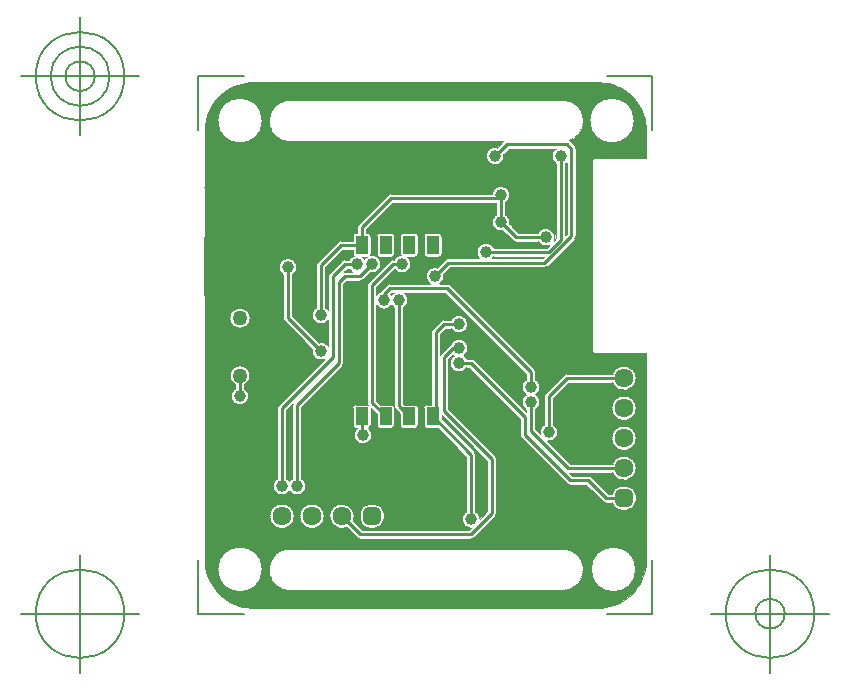
<source format=gbr>
G04 Generated by Ultiboard 14.1 *
%FSLAX34Y34*%
%MOMM*%

%ADD10C,0.0001*%
%ADD11C,0.0010*%
%ADD12C,0.2540*%
%ADD13C,0.1270*%
%ADD14C,1.0000*%
%ADD15C,1.2700*%
%ADD16R,1.0000X1.5000*%
%ADD17C,1.6088*%
%ADD18R,0.5291X0.5291*%
%ADD19C,0.9949*%


G04 ColorRGB 0000FF for the following layer *
%LNCopper Bottom*%
%LPD*%
G54D10*
G36*
X76996Y251635D02*
X76996Y251635D01*
X76996Y35626D01*
G74*
D01*
G02X76997Y35599I2556J64*
G01*
X76997Y35599D01*
X77049Y31942D01*
X77408Y28415D01*
X78073Y24933D01*
X79040Y21522D01*
X80300Y18208D01*
X81843Y15017D01*
X83660Y11972D01*
X85734Y9097D01*
X88051Y6414D01*
X90594Y3943D01*
X93341Y1703D01*
X96274Y-289D01*
X99370Y-2018D01*
X102604Y-3470D01*
X105952Y-4636D01*
X109389Y-5504D01*
X112889Y-6070D01*
X116462Y-6332D01*
X117639Y-6349D01*
X408432Y-6349D01*
X412070Y-6297D01*
X415597Y-5938D01*
X419079Y-5273D01*
X422490Y-4307D01*
X425805Y-3047D01*
X428996Y-1503D01*
X432041Y313D01*
X434916Y2388D01*
X437599Y4705D01*
X440070Y7248D01*
X442310Y9995D01*
X444302Y12928D01*
X446031Y16023D01*
X447483Y19257D01*
X448648Y22606D01*
X449517Y26043D01*
X450083Y29543D01*
X450344Y33116D01*
X450361Y34267D01*
G75*
D01*
G02X450361Y34273I2557J6*
G01*
X450361Y34273D01*
X450361Y209008D01*
X407433Y209008D01*
G75*
D01*
G02X404876Y211566I0J2558*
G01*
X404876Y211566D01*
X404876Y371586D01*
G75*
D01*
G02X407433Y374143I2557J0*
G01*
X407433Y374143D01*
X450342Y374143D01*
X450342Y396644D01*
G74*
D01*
G02X450342Y396652I2558J0*
G01*
X450342Y396652D01*
X450291Y400264D01*
X449932Y403791D01*
X449267Y407273D01*
X448300Y410684D01*
X447040Y413999D01*
X445497Y417190D01*
X443680Y420235D01*
X441606Y423110D01*
X439288Y425793D01*
X436746Y428264D01*
X433998Y430504D01*
X431065Y432496D01*
X427970Y434225D01*
X424736Y435677D01*
X421388Y436842D01*
X417950Y437711D01*
X414451Y438277D01*
X410878Y438538D01*
X409993Y438551D01*
G74*
D01*
G02X409720Y438536I273J2543*
G01*
X409720Y438536D01*
X118889Y438536D01*
X118881Y438536D01*
X118881Y438536D01*
X115270Y438485D01*
X111743Y438126D01*
X108260Y437460D01*
X104849Y436494D01*
X101535Y435234D01*
X98344Y433690D01*
X95299Y431874D01*
X92424Y429800D01*
X89741Y427482D01*
X87270Y424940D01*
X85030Y422192D01*
X83038Y419259D01*
X81309Y416164D01*
X79857Y412930D01*
X78692Y409581D01*
X77823Y406144D01*
X77257Y402644D01*
X76996Y399071D01*
X76978Y397896D01*
X76978Y349443D01*
G75*
D01*
G02X76945Y349031I-2557J0*
G01*
X76945Y349031D01*
X76403Y265218D01*
X76995Y251811D01*
G75*
D01*
G02X76996Y251635I-2555J-113*
G01*
D02*
G37*
%LPC*%
G36*
X248304Y290563D02*
G75*
D01*
G02X237520Y280359I-4464J-6083*
G01*
X237520Y280359D01*
X222273Y265112D01*
X222273Y258111D01*
G74*
D01*
G02X225124Y260697I6327J4111*
G01*
G74*
D01*
G02X225889Y261791I3476J1617*
G01*
X225889Y261791D01*
X230969Y266871D01*
G75*
D01*
G02X233686Y267993I2711J-2711*
G01*
X233686Y267993D01*
X267669Y267993D01*
G75*
D01*
G02X273665Y281626I4111J6327*
G01*
X273665Y281626D01*
X280499Y288461D01*
G74*
D01*
G02X283077Y289581I2711J2711*
G01*
G75*
D01*
G02X283210Y289583I133J-3831*
G01*
X283210Y289583D01*
X309360Y289583D01*
G75*
D01*
G02X321459Y298473I5600J5057*
G01*
X321459Y298473D01*
X366712Y298473D01*
X368581Y300342D01*
G75*
D01*
G02X359261Y303507I-2821J6998*
G01*
X359261Y303507D01*
X340360Y303507D01*
G75*
D01*
G02X339251Y303670I0J3833*
G01*
G74*
D01*
G02X337649Y304629I1109J3670*
G01*
X337649Y304629D01*
X329545Y312734D01*
G75*
D01*
G02X323827Y326539I-1885J7306*
G01*
X323827Y326539D01*
X323827Y336401D01*
G74*
D01*
G02X323622Y336527I3833J6499*
G01*
X323622Y336527D01*
X236008Y336527D01*
X213753Y314272D01*
X213753Y310677D01*
X214920Y310677D01*
G74*
D01*
G02X217477Y308120I0J2557*
G01*
X217477Y308120D01*
X217477Y293120D01*
G75*
D01*
G02X217178Y291919I-2557J0*
G01*
G75*
D01*
G02X216555Y277174I1262J-7439*
G01*
X216555Y277174D01*
X210996Y271615D01*
G74*
D01*
G02X208280Y270487I2716J2705*
G01*
X208280Y270487D01*
X197168Y270487D01*
X194333Y267652D01*
X194333Y200660D01*
G75*
D01*
G02X193205Y197944I-3833J0*
G01*
X193205Y197944D01*
X158773Y163512D01*
X158773Y103019D01*
G75*
D01*
G02X148590Y92445I-3833J-6499*
G01*
G75*
D01*
G02X138407Y103019I-6350J4075*
G01*
X138407Y103019D01*
X138407Y162549D01*
G75*
D01*
G02X139529Y165271I3833J11*
G01*
X139529Y165271D01*
X178081Y203822D01*
G75*
D01*
G02X167954Y212705I-2821J6998*
G01*
X167954Y212705D01*
X144609Y236049D01*
G75*
D01*
G02X143488Y238880I2711J2711*
G01*
G75*
D01*
G02X143487Y239000I3832J120*
G01*
X143487Y239000D01*
X143487Y275441D01*
G75*
D01*
G02X151153Y275441I3833J6499*
G01*
X151153Y275441D01*
X151153Y240348D01*
X173375Y218126D01*
G75*
D01*
G02X181587Y214931I1885J-7306*
G01*
X181587Y214931D01*
X181587Y237189D01*
G75*
D01*
G02X171427Y247799I-6327J4111*
G01*
X171427Y247799D01*
X171427Y283732D01*
G75*
D01*
G02X172549Y286451I3833J8*
G01*
X172549Y286451D01*
X189429Y303331D01*
G75*
D01*
G02X192146Y304453I2711J-2711*
G01*
X192146Y304453D01*
X202363Y304453D01*
X202363Y308120D01*
G75*
D01*
G02X204920Y310677I2557J0*
G01*
X204920Y310677D01*
X206087Y310677D01*
X206087Y315853D01*
G75*
D01*
G02X207209Y318571I3833J7*
G01*
X207209Y318571D01*
X231709Y343071D01*
G75*
D01*
G02X234425Y344193I2711J-2711*
G01*
X234425Y344193D01*
X320227Y344193D01*
G75*
D01*
G02X331493Y336401I7433J-1293*
G01*
X331493Y336401D01*
X331493Y326539D01*
G75*
D01*
G02X334966Y318155I-3833J-6499*
G01*
X334966Y318155D01*
X341948Y311173D01*
X359261Y311173D01*
G75*
D01*
G02X372758Y304519I6499J-3833*
G01*
X372758Y304519D01*
X374627Y306388D01*
X374627Y369421D01*
G75*
D01*
G02X374349Y382247I3833J6499*
G01*
X374349Y382247D01*
X334328Y382247D01*
X329886Y377805D01*
G75*
D01*
G02X324465Y383226I-7306J-1885*
G01*
X324465Y383226D01*
X329793Y388554D01*
X148900Y388554D01*
G75*
D01*
G02X148856Y388554I0J2557*
G01*
X148856Y388554D01*
X148398Y388554D01*
G75*
D01*
G02X148238Y388559I-5J2558*
G01*
X148238Y388559D01*
X146933Y388638D01*
G74*
D01*
G02X146707Y388662I155J2553*
G01*
X146707Y388662D01*
X145423Y388853D01*
G74*
D01*
G02X145199Y388896I372J2530*
G01*
X145199Y388896D01*
X143928Y389201D01*
G74*
D01*
G02X143710Y389263I595J2487*
G01*
X143710Y389263D01*
X142473Y389676D01*
G74*
D01*
G02X142262Y389757I810J2426*
G01*
X142262Y389757D01*
X141068Y390276D01*
G74*
D01*
G02X140865Y390374I1016J2347*
G01*
X140865Y390374D01*
X139718Y390996D01*
G74*
D01*
G02X139524Y391112I1217J2250*
G01*
X139524Y391112D01*
X138436Y391832D01*
G74*
D01*
G02X138254Y391964I1408J2135*
G01*
X138254Y391964D01*
X137232Y392776D01*
G74*
D01*
G02X137061Y392924I1589J2004*
G01*
X137061Y392924D01*
X136112Y393824D01*
G74*
D01*
G02X136079Y393855I1760J1855*
G01*
G74*
D01*
G02X135957Y393984I1793J1824*
G01*
X135957Y393984D01*
X135093Y394959D01*
G74*
D01*
G02X134950Y395136I1912J1699*
G01*
X134950Y395136D01*
X134172Y396185D01*
G74*
D01*
G02X134047Y396371I2054J1523*
G01*
X134047Y396371D01*
X133363Y397486D01*
G74*
D01*
G02X133252Y397686I2180J1337*
G01*
X133252Y397686D01*
X132671Y398849D01*
G74*
D01*
G02X132580Y399054I2288J1144*
G01*
X132580Y399054D01*
X132102Y400265D01*
G74*
D01*
G02X132027Y400481I2377J944*
G01*
X132027Y400481D01*
X131655Y401734D01*
G74*
D01*
G02X131600Y401955I2452J728*
G01*
X131600Y401955D01*
X131340Y403230D01*
G74*
D01*
G02X131305Y403453I2505J513*
G01*
X131305Y403453D01*
X131156Y404752D01*
G74*
D01*
G02X131141Y404974I2541J290*
G01*
X131141Y404974D01*
X131106Y406275D01*
G75*
D01*
G02X131109Y406503I2556J74*
G01*
X131109Y406503D01*
X131188Y407809D01*
G74*
D01*
G02X131212Y408035I2553J155*
G01*
X131212Y408035D01*
X131403Y409319D01*
G74*
D01*
G02X131446Y409542I2531J372*
G01*
X131446Y409542D01*
X131750Y410812D01*
G74*
D01*
G02X131812Y411028I2488J594*
G01*
X131812Y411028D01*
X132226Y412269D01*
G74*
D01*
G02X132308Y412480I2426J811*
G01*
X132308Y412480D01*
X132827Y413675D01*
G74*
D01*
G02X132925Y413876I2346J1017*
G01*
X132925Y413876D01*
X133547Y415025D01*
G74*
D01*
G02X133664Y415219I2249J1218*
G01*
X133664Y415219D01*
X134384Y416308D01*
G74*
D01*
G02X134514Y416488I2133J1411*
G01*
X134514Y416488D01*
X135327Y417511D01*
G74*
D01*
G02X135474Y417681I2003J1590*
G01*
X135474Y417681D01*
X136374Y418629D01*
G74*
D01*
G02X136537Y418787I1856J1759*
G01*
X136537Y418787D01*
X137509Y419648D01*
G74*
D01*
G02X137686Y419792I1699J1911*
G01*
X137686Y419792D01*
X138735Y420569D01*
G74*
D01*
G02X138921Y420695I1524J2054*
G01*
X138921Y420695D01*
X140033Y421377D01*
G74*
D01*
G02X140231Y421487I1340J2178*
G01*
X140231Y421487D01*
X141401Y422071D01*
G74*
D01*
G02X141607Y422163I1142J2288*
G01*
X141607Y422163D01*
X142820Y422642D01*
G74*
D01*
G02X143035Y422715I939J2379*
G01*
X143035Y422715D01*
X144284Y423086D01*
G74*
D01*
G02X144502Y423141I728J2451*
G01*
X144502Y423141D01*
X145781Y423402D01*
G74*
D01*
G02X146003Y423437I512J2506*
G01*
X146003Y423437D01*
X147297Y423585D01*
G74*
D01*
G02X147524Y423601I295J2540*
G01*
X147524Y423601D01*
X148566Y423629D01*
G75*
D01*
G02X148899Y423651I333J-2535*
G01*
X148899Y423651D01*
X379351Y423651D01*
G75*
D01*
G02X379396Y423651I45J-2557*
G01*
X379396Y423651D01*
X379903Y423651D01*
G74*
D01*
G02X380063Y423646I0J2557*
G01*
X380063Y423646D01*
X381358Y423568D01*
G74*
D01*
G02X381585Y423544I150J2553*
G01*
X381585Y423544D01*
X382878Y423352D01*
G74*
D01*
G02X383101Y423308I376J2530*
G01*
X383101Y423308D01*
X384367Y423005D01*
G74*
D01*
G02X384583Y422944I594J2487*
G01*
X384583Y422944D01*
X385823Y422529D01*
G74*
D01*
G02X386034Y422448I810J2425*
G01*
X386034Y422448D01*
X387227Y421930D01*
G74*
D01*
G02X387431Y421831I1015J2347*
G01*
X387431Y421831D01*
X388578Y421209D01*
G74*
D01*
G02X388772Y421093I1217J2249*
G01*
X388772Y421093D01*
X389863Y420372D01*
G74*
D01*
G02X390046Y420239I1411J2133*
G01*
X390046Y420239D01*
X391062Y419431D01*
G74*
D01*
G02X391235Y419282I1586J2005*
G01*
X391235Y419282D01*
X392184Y418382D01*
G74*
D01*
G02X392339Y418222I1760J1856*
G01*
X392339Y418222D01*
X393205Y417244D01*
G74*
D01*
G02X393346Y417070I1914J1697*
G01*
X393346Y417070D01*
X394122Y416023D01*
G74*
D01*
G02X394249Y415834I2052J1526*
G01*
X394249Y415834D01*
X394933Y414720D01*
G74*
D01*
G02X395043Y414522I2179J1337*
G01*
X395043Y414522D01*
X395624Y413358D01*
G74*
D01*
G02X395716Y413152I2287J1145*
G01*
X395716Y413152D01*
X396196Y411935D01*
G74*
D01*
G02X396270Y411719I2379J938*
G01*
X396270Y411719D01*
X396640Y410474D01*
G74*
D01*
G02X396695Y410255I2451J730*
G01*
X396695Y410255D01*
X396956Y408975D01*
G74*
D01*
G02X396992Y408753I2505J513*
G01*
X396992Y408753D01*
X397139Y407459D01*
G74*
D01*
G02X397156Y407232I2540J295*
G01*
X397156Y407232D01*
X397191Y405927D01*
G75*
D01*
G02X397187Y405702I-2557J-70*
G01*
X397187Y405702D01*
X397108Y404399D01*
G74*
D01*
G02X397085Y404175I2553J153*
G01*
X397085Y404175D01*
X396892Y402882D01*
G74*
D01*
G02X396848Y402658I2529J376*
G01*
X396848Y402658D01*
X396546Y401393D01*
G74*
D01*
G02X396484Y401177I2488J594*
G01*
X396484Y401177D01*
X396071Y399940D01*
G74*
D01*
G02X395990Y399728I2427J807*
G01*
X395990Y399728D01*
X395469Y398530D01*
G74*
D01*
G02X395372Y398329I2346J1018*
G01*
X395372Y398329D01*
X394751Y397185D01*
G74*
D01*
G02X394633Y396988I2251J1214*
G01*
X394633Y396988D01*
X393912Y395897D01*
G74*
D01*
G02X393779Y395714I2133J1411*
G01*
X393779Y395714D01*
X392970Y394695D01*
G74*
D01*
G02X392822Y394525I2004J1589*
G01*
X392822Y394525D01*
X391925Y393579D01*
G74*
D01*
G02X391762Y393421I1858J1757*
G01*
X391762Y393421D01*
X390784Y392554D01*
G74*
D01*
G02X390608Y392412I1696J1915*
G01*
X390608Y392412D01*
X389560Y391636D01*
G74*
D01*
G02X389371Y391508I1523J2054*
G01*
X389371Y391508D01*
X388264Y390829D01*
G74*
D01*
G02X388065Y390718I1341J2178*
G01*
X388065Y390718D01*
X386895Y390135D01*
G74*
D01*
G02X386689Y390043I1142J2288*
G01*
X386689Y390043D01*
X385480Y389566D01*
G74*
D01*
G02X385280Y389496I943J2377*
G01*
G74*
D01*
G02X386256Y388785I1740J3416*
G01*
X386256Y388785D01*
X390055Y384986D01*
G74*
D01*
G02X391183Y382270I2705J2716*
G01*
X391183Y382270D01*
X391183Y308610D01*
G75*
D01*
G02X390055Y305894I-3833J0*
G01*
X390055Y305894D01*
X367206Y283045D01*
G74*
D01*
G02X364490Y281917I2716J2705*
G01*
X364490Y281917D01*
X284798Y281917D01*
X279086Y276205D01*
G75*
D01*
G02X275891Y267993I-7306J-1885*
G01*
X275891Y267993D01*
X281934Y267993D01*
G75*
D01*
G02X283001Y267844I6J-3833*
G01*
G74*
D01*
G02X284656Y266865I1061J3684*
G01*
X284656Y266865D01*
X344546Y206975D01*
X355765Y195756D01*
G74*
D01*
G02X356893Y193040I2705J2716*
G01*
X356893Y193040D01*
X356893Y186839D01*
G75*
D01*
G02X357135Y173990I-3833J-6499*
G01*
G75*
D01*
G02X356893Y161141I-4075J-6350*
G01*
X356893Y161141D01*
X356893Y144881D01*
X360875Y140900D01*
G75*
D01*
G02X364467Y148739I7425J1340*
G01*
X364467Y148739D01*
X364467Y172710D01*
G75*
D01*
G02X365589Y175431I3833J10*
G01*
X365589Y175431D01*
X380829Y190671D01*
G74*
D01*
G02X382300Y191587I2711J2711*
G01*
G75*
D01*
G02X383540Y191793I1240J-3627*
G01*
X383540Y191793D01*
X422202Y191793D01*
G75*
D01*
G02X422202Y184127I9598J-3833*
G01*
X422202Y184127D01*
X385128Y184127D01*
X372133Y171132D01*
X372133Y148739D01*
G75*
D01*
G02X366960Y134815I-3833J-6499*
G01*
X366960Y134815D01*
X386181Y115593D01*
X422202Y115593D01*
G75*
D01*
G02X422202Y107927I9598J-3833*
G01*
X422202Y107927D01*
X385175Y107927D01*
X387668Y105433D01*
X401320Y105433D01*
G74*
D01*
G02X404036Y104305I0J3833*
G01*
X404036Y104305D01*
X418148Y90193D01*
X421951Y90193D01*
G75*
D01*
G02X429155Y96306I7204J-1188*
G01*
X429155Y96306D01*
X434445Y96306D01*
G74*
D01*
G02X441746Y89005I0J7301*
G01*
X441746Y89005D01*
X441746Y83715D01*
G75*
D01*
G02X434445Y76414I-7301J0*
G01*
X434445Y76414D01*
X429155Y76414D01*
G75*
D01*
G02X421951Y82527I0J7301*
G01*
X421951Y82527D01*
X416564Y82527D01*
G75*
D01*
G02X413849Y83649I-4J3833*
G01*
X413849Y83649D01*
X399732Y97767D01*
X386083Y97767D01*
G75*
D01*
G02X383369Y98889I-3J3833*
G01*
X383369Y98889D01*
X345269Y136989D01*
G75*
D01*
G02X344147Y139706I2711J2711*
G01*
X344147Y139706D01*
X344147Y153352D01*
X300672Y196827D01*
X298599Y196827D01*
G75*
D01*
G02X288025Y207010I-6499J3833*
G01*
G74*
D01*
G02X286938Y207857I4075J6350*
G01*
X286938Y207857D01*
X283233Y204152D01*
X283233Y161608D01*
X322745Y122096D01*
G74*
D01*
G02X323873Y119380I2705J2716*
G01*
X323873Y119380D01*
X323873Y73660D01*
G75*
D01*
G02X322745Y70944I-3833J0*
G01*
X322745Y70944D01*
X304976Y53175D01*
G74*
D01*
G02X302611Y52063I2716J2705*
G01*
G75*
D01*
G02X302257Y52047I-351J3817*
G01*
X302257Y52047D01*
X208284Y52047D01*
G75*
D01*
G02X205569Y53169I-4J3833*
G01*
X205569Y53169D01*
X197116Y61623D01*
G75*
D01*
G02X202537Y67044I-4076J9497*
G01*
X202537Y67044D01*
X209868Y59713D01*
X300672Y59713D01*
X301998Y61040D01*
G75*
D01*
G02X298427Y75079I262J7540*
G01*
X298427Y75079D01*
X298427Y121692D01*
X274556Y145563D01*
X264920Y145563D01*
G75*
D01*
G02X262363Y148120I0J2557*
G01*
X262363Y148120D01*
X262363Y163120D01*
G75*
D01*
G02X264920Y165677I2557J0*
G01*
X264920Y165677D01*
X268627Y165677D01*
X268627Y226729D01*
G75*
D01*
G02X269749Y229451I3833J11*
G01*
X269749Y229451D01*
X276689Y236391D01*
G74*
D01*
G02X279133Y237504I2711J2711*
G01*
G75*
D01*
G02X279400Y237513I267J-3824*
G01*
X279400Y237513D01*
X285601Y237513D01*
G75*
D01*
G02X285601Y229847I6499J-3833*
G01*
X285601Y229847D01*
X280988Y229847D01*
X276293Y225152D01*
X276293Y207986D01*
G74*
D01*
G02X276689Y208451I3107J2246*
G01*
X276689Y208451D01*
X284309Y216071D01*
G74*
D01*
G02X285403Y216836I2711J2711*
G01*
G75*
D01*
G02X296175Y207010I6697J-3476*
G01*
G74*
D01*
G02X298599Y204493I4075J6350*
G01*
X298599Y204493D01*
X302260Y204493D01*
G74*
D01*
G02X304976Y203365I0J3833*
G01*
X304976Y203365D01*
X349227Y159115D01*
X349227Y161141D01*
G75*
D01*
G02X348985Y173990I3833J6499*
G01*
G75*
D01*
G02X349227Y186839I4075J6350*
G01*
X349227Y186839D01*
X349227Y191452D01*
X333704Y206975D01*
X280352Y260327D01*
X245411Y260327D01*
G75*
D01*
G02X245133Y247501I-4111J-6327*
G01*
X245133Y247501D01*
X245133Y165828D01*
X245284Y165677D01*
X254920Y165677D01*
G74*
D01*
G02X257477Y163120I0J2557*
G01*
X257477Y163120D01*
X257477Y148120D01*
G75*
D01*
G02X254920Y145563I-2557J0*
G01*
X254920Y145563D01*
X244920Y145563D01*
G75*
D01*
G02X242363Y148120I0J2557*
G01*
X242363Y148120D01*
X242363Y157756D01*
X238589Y161529D01*
G75*
D01*
G02X237467Y164249I2711J2711*
G01*
X237467Y164249D01*
X237467Y247501D01*
G74*
D01*
G02X234950Y249925I3833J6499*
G01*
G75*
D01*
G02X222273Y249889I-6350J4075*
G01*
X222273Y249889D01*
X222273Y168688D01*
X225284Y165677D01*
X234920Y165677D01*
G74*
D01*
G02X237477Y163120I0J2557*
G01*
X237477Y163120D01*
X237477Y148120D01*
G75*
D01*
G02X234920Y145563I-2557J0*
G01*
X234920Y145563D01*
X224920Y145563D01*
G75*
D01*
G02X222363Y148120I0J2557*
G01*
X222363Y148120D01*
X222363Y157756D01*
X217477Y162641D01*
X217477Y148120D01*
G75*
D01*
G02X215489Y145627I-2557J0*
G01*
G75*
D01*
G02X206071Y145563I-4669J-5927*
G01*
X206071Y145563D01*
X204920Y145563D01*
G75*
D01*
G02X202363Y148120I0J2557*
G01*
X202363Y148120D01*
X202363Y163120D01*
G75*
D01*
G02X204920Y165677I2557J0*
G01*
X204920Y165677D01*
X214880Y165677D01*
G75*
D01*
G02X214607Y167107I3560J1423*
G01*
X214607Y167107D01*
X214607Y266691D01*
G75*
D01*
G02X215729Y269411I3833J9*
G01*
X215729Y269411D01*
X233509Y287191D01*
G74*
D01*
G02X234867Y288067I2711J2711*
G01*
G75*
D01*
G02X236220Y288313I1353J-3587*
G01*
X236220Y288313D01*
X237341Y288313D01*
G74*
D01*
G02X242656Y291931I6499J3833*
G01*
G75*
D01*
G02X242363Y293120I2264J1189*
G01*
X242363Y293120D01*
X242363Y308120D01*
G75*
D01*
G02X244920Y310677I2557J0*
G01*
X244920Y310677D01*
X254920Y310677D01*
G74*
D01*
G02X257477Y308120I0J2557*
G01*
X257477Y308120D01*
X257477Y293120D01*
G75*
D01*
G02X254920Y290563I-2557J0*
G01*
X254920Y290563D01*
X248304Y290563D01*
D02*
G37*
G36*
X379396Y43683D02*
G74*
D01*
G02X379798Y43651I0J2557*
G01*
X379798Y43651D01*
X379903Y43651D01*
G74*
D01*
G02X380063Y43646I0J2557*
G01*
X380063Y43646D01*
X381358Y43568D01*
G74*
D01*
G02X381585Y43544I150J2553*
G01*
X381585Y43544D01*
X382878Y43352D01*
G74*
D01*
G02X383101Y43308I376J2530*
G01*
X383101Y43308D01*
X384367Y43005D01*
G74*
D01*
G02X384583Y42944I594J2487*
G01*
X384583Y42944D01*
X385823Y42529D01*
G74*
D01*
G02X386034Y42448I810J2425*
G01*
X386034Y42448D01*
X387227Y41930D01*
G74*
D01*
G02X387431Y41831I1015J2347*
G01*
X387431Y41831D01*
X388578Y41209D01*
G74*
D01*
G02X388772Y41093I1217J2249*
G01*
X388772Y41093D01*
X389863Y40372D01*
G74*
D01*
G02X390046Y40239I1411J2133*
G01*
X390046Y40239D01*
X391062Y39431D01*
G74*
D01*
G02X391235Y39282I1586J2005*
G01*
X391235Y39282D01*
X392184Y38382D01*
G74*
D01*
G02X392339Y38222I1760J1856*
G01*
X392339Y38222D01*
X393205Y37244D01*
G74*
D01*
G02X393346Y37070I1914J1697*
G01*
X393346Y37070D01*
X394122Y36023D01*
G74*
D01*
G02X394249Y35834I2052J1526*
G01*
X394249Y35834D01*
X394933Y34720D01*
G74*
D01*
G02X395043Y34522I2179J1337*
G01*
X395043Y34522D01*
X395624Y33358D01*
G74*
D01*
G02X395716Y33152I2287J1145*
G01*
X395716Y33152D01*
X396196Y31935D01*
G74*
D01*
G02X396270Y31719I2379J938*
G01*
X396270Y31719D01*
X396640Y30474D01*
G74*
D01*
G02X396695Y30255I2451J730*
G01*
X396695Y30255D01*
X396956Y28975D01*
G74*
D01*
G02X396992Y28753I2505J513*
G01*
X396992Y28753D01*
X397139Y27459D01*
G74*
D01*
G02X397156Y27232I2540J295*
G01*
X397156Y27232D01*
X397191Y25927D01*
G75*
D01*
G02X397187Y25702I-2557J-70*
G01*
X397187Y25702D01*
X397108Y24399D01*
G74*
D01*
G02X397085Y24175I2553J153*
G01*
X397085Y24175D01*
X396892Y22882D01*
G74*
D01*
G02X396848Y22658I2529J376*
G01*
X396848Y22658D01*
X396546Y21393D01*
G74*
D01*
G02X396484Y21177I2488J594*
G01*
X396484Y21177D01*
X396071Y19940D01*
G74*
D01*
G02X395990Y19728I2427J807*
G01*
X395990Y19728D01*
X395469Y18530D01*
G74*
D01*
G02X395372Y18329I2346J1018*
G01*
X395372Y18329D01*
X394751Y17185D01*
G74*
D01*
G02X394633Y16988I2251J1214*
G01*
X394633Y16988D01*
X393912Y15897D01*
G74*
D01*
G02X393779Y15714I2133J1411*
G01*
X393779Y15714D01*
X392970Y14695D01*
G74*
D01*
G02X392822Y14525I2004J1589*
G01*
X392822Y14525D01*
X391925Y13579D01*
G74*
D01*
G02X391762Y13421I1858J1757*
G01*
X391762Y13421D01*
X390784Y12554D01*
G74*
D01*
G02X390608Y12412I1696J1915*
G01*
X390608Y12412D01*
X389560Y11636D01*
G74*
D01*
G02X389371Y11508I1523J2054*
G01*
X389371Y11508D01*
X388264Y10829D01*
G74*
D01*
G02X388065Y10718I1341J2178*
G01*
X388065Y10718D01*
X386895Y10135D01*
G74*
D01*
G02X386689Y10043I1142J2288*
G01*
X386689Y10043D01*
X385480Y9566D01*
G74*
D01*
G02X385265Y9491I943J2377*
G01*
X385265Y9491D01*
X384014Y9120D01*
G74*
D01*
G02X383795Y9065I730J2451*
G01*
X383795Y9065D01*
X382515Y8804D01*
G74*
D01*
G02X382293Y8769I512J2505*
G01*
X382293Y8769D01*
X380994Y8620D01*
G74*
D01*
G02X380768Y8604I290J2541*
G01*
X380768Y8604D01*
X379467Y8569D01*
G74*
D01*
G02X379397Y8569I70J2557*
G01*
X379397Y8569D01*
X148900Y8569D01*
G75*
D01*
G02X148495Y8601I0J2557*
G01*
X148495Y8601D01*
X148398Y8601D01*
G75*
D01*
G02X148238Y8605I-5J2557*
G01*
X148238Y8605D01*
X146933Y8685D01*
G74*
D01*
G02X146707Y8708I155J2552*
G01*
X146707Y8708D01*
X145423Y8900D01*
G74*
D01*
G02X145199Y8943I372J2530*
G01*
X145199Y8943D01*
X143931Y9246D01*
G74*
D01*
G02X143713Y9308I592J2488*
G01*
X143713Y9308D01*
X142473Y9723D01*
G74*
D01*
G02X142261Y9804I810J2425*
G01*
X142261Y9804D01*
X141068Y10322D01*
G74*
D01*
G02X140865Y10421I1016J2347*
G01*
X140865Y10421D01*
X139716Y11044D01*
G74*
D01*
G02X139520Y11161I1219J2248*
G01*
X139520Y11161D01*
X138433Y11880D01*
G74*
D01*
G02X138251Y12013I1411J2133*
G01*
X138251Y12013D01*
X137231Y12823D01*
G74*
D01*
G02X137061Y12970I1590J2003*
G01*
X137061Y12970D01*
X136115Y13867D01*
G74*
D01*
G02X135957Y14030I1757J1859*
G01*
X135957Y14030D01*
X135091Y15008D01*
G74*
D01*
G02X134950Y15182I1914J1697*
G01*
X134950Y15182D01*
X134173Y16231D01*
G74*
D01*
G02X134047Y16418I2053J1524*
G01*
X134047Y16418D01*
X133363Y17532D01*
G74*
D01*
G02X133253Y17730I2180J1338*
G01*
X133253Y17730D01*
X132671Y18897D01*
G74*
D01*
G02X132579Y19103I2288J1142*
G01*
X132579Y19103D01*
X132102Y20311D01*
G74*
D01*
G02X132027Y20527I2377J944*
G01*
X132027Y20527D01*
X131655Y21781D01*
G74*
D01*
G02X131600Y22002I2452J727*
G01*
X131600Y22002D01*
X131340Y23277D01*
G74*
D01*
G02X131305Y23499I2505J513*
G01*
X131305Y23499D01*
X131156Y24796D01*
G74*
D01*
G02X131141Y25020I2541J292*
G01*
X131141Y25020D01*
X131106Y26321D01*
G75*
D01*
G02X131109Y26550I2556J74*
G01*
X131109Y26550D01*
X131188Y27855D01*
G74*
D01*
G02X131212Y28082I2553J155*
G01*
X131212Y28082D01*
X131403Y29365D01*
G74*
D01*
G02X131446Y29589I2531J371*
G01*
X131446Y29589D01*
X131750Y30859D01*
G74*
D01*
G02X131812Y31075I2488J594*
G01*
X131812Y31075D01*
X132226Y32315D01*
G74*
D01*
G02X132308Y32526I2426J810*
G01*
X132308Y32526D01*
X132827Y33722D01*
G74*
D01*
G02X132925Y33923I2346J1018*
G01*
X132925Y33923D01*
X133547Y35072D01*
G74*
D01*
G02X133665Y35268I2249J1219*
G01*
X133665Y35268D01*
X134382Y36351D01*
G74*
D01*
G02X134514Y36534I2135J1407*
G01*
X134514Y36534D01*
X135327Y37557D01*
G74*
D01*
G02X135474Y37727I2003J1589*
G01*
X135474Y37727D01*
X136374Y38676D01*
G74*
D01*
G02X136537Y38833I1856J1760*
G01*
X136537Y38833D01*
X137512Y39697D01*
G74*
D01*
G02X137686Y39838I1696J1914*
G01*
X137686Y39838D01*
X138732Y40614D01*
G74*
D01*
G02X138921Y40741I1527J2052*
G01*
X138921Y40741D01*
X140033Y41423D01*
G74*
D01*
G02X140231Y41534I1340J2177*
G01*
X140231Y41534D01*
X141401Y42117D01*
G74*
D01*
G02X141607Y42209I1142J2288*
G01*
X141607Y42209D01*
X142817Y42687D01*
G74*
D01*
G02X143031Y42761I942J2378*
G01*
X143031Y42761D01*
X144284Y43133D01*
G74*
D01*
G02X144503Y43187I728J2452*
G01*
X144503Y43187D01*
X145782Y43448D01*
G74*
D01*
G02X146008Y43484I511J2505*
G01*
X146008Y43484D01*
X147297Y43631D01*
G74*
D01*
G02X147524Y43648I295J2540*
G01*
X147524Y43648D01*
X148830Y43683D01*
G75*
D01*
G02X148944Y43683I69J-2557*
G01*
X148944Y43683D01*
X379396Y43683D01*
D02*
G37*
G36*
X237477Y293120D02*
G75*
D01*
G02X234920Y290563I-2557J0*
G01*
X234920Y290563D01*
X224920Y290563D01*
G75*
D01*
G02X222363Y293120I0J2557*
G01*
X222363Y293120D01*
X222363Y308120D01*
G75*
D01*
G02X224920Y310677I2557J0*
G01*
X224920Y310677D01*
X234920Y310677D01*
G74*
D01*
G02X237477Y308120I0J2557*
G01*
X237477Y308120D01*
X237477Y293120D01*
D02*
G37*
G36*
X277477Y293120D02*
G75*
D01*
G02X274920Y290563I-2557J0*
G01*
X274920Y290563D01*
X264920Y290563D01*
G75*
D01*
G02X262363Y293120I0J2557*
G01*
X262363Y293120D01*
X262363Y308120D01*
G75*
D01*
G02X264920Y310677I2557J0*
G01*
X264920Y310677D01*
X274920Y310677D01*
G74*
D01*
G02X277477Y308120I0J2557*
G01*
X277477Y308120D01*
X277477Y293120D01*
D02*
G37*
G36*
X87881Y26110D02*
G75*
D01*
G02X87881Y26110I18816J0*
G01*
D02*
G37*
G36*
X110513Y179219D02*
G75*
D01*
G02X102847Y179219I-3833J-6499*
G01*
X102847Y179219D01*
X102847Y182333D01*
G75*
D01*
G02X110513Y182333I3833J7744*
G01*
X110513Y182333D01*
X110513Y179219D01*
D02*
G37*
G36*
X157305Y71120D02*
G75*
D01*
G02X157305Y71120I10335J0*
G01*
D02*
G37*
G36*
X131905Y71120D02*
G75*
D01*
G02X131905Y71120I10335J0*
G01*
D02*
G37*
G36*
X228386Y68475D02*
G75*
D01*
G02X221085Y61174I-7301J0*
G01*
X221085Y61174D01*
X215795Y61174D01*
G75*
D01*
G02X208494Y68475I0J7301*
G01*
X208494Y68475D01*
X208494Y73765D01*
G75*
D01*
G02X215795Y81066I7301J0*
G01*
X215795Y81066D01*
X221085Y81066D01*
G74*
D01*
G02X228386Y73765I0J7301*
G01*
X228386Y73765D01*
X228386Y68475D01*
D02*
G37*
G36*
X87881Y406110D02*
G75*
D01*
G02X87881Y406110I18816J0*
G01*
D02*
G37*
G36*
X98039Y238760D02*
G75*
D01*
G02X98039Y238760I8641J0*
G01*
D02*
G37*
G36*
X421465Y162560D02*
G75*
D01*
G02X421465Y162560I10335J0*
G01*
D02*
G37*
G36*
X421465Y137160D02*
G75*
D01*
G02X421465Y137160I10335J0*
G01*
D02*
G37*
G36*
X404110Y26110D02*
G75*
D01*
G02X404110Y26110I18817J0*
G01*
D02*
G37*
G36*
X402840Y406110D02*
G75*
D01*
G02X402840Y406110I18817J0*
G01*
D02*
G37*
%LPD*%
G36*
X309800Y68842D02*
G74*
D01*
G03X306093Y75079I7540J262*
G01*
X306093Y75079D01*
X306093Y123280D01*
G74*
D01*
G03X304965Y125996I3833J0*
G01*
X304965Y125996D01*
X277477Y153484D01*
X277477Y156521D01*
X316207Y117792D01*
X316207Y75248D01*
X309800Y68842D01*
D02*
G37*
G36*
X202949Y291490D02*
G74*
D01*
G03X199241Y288313I2791J7010*
G01*
X199241Y288313D01*
X195585Y288313D01*
G75*
D01*
G03X192869Y287191I-5J-3833*
G01*
X192869Y287191D01*
X182709Y277031D01*
G75*
D01*
G03X181587Y274313I2711J-2711*
G01*
X181587Y274313D01*
X181587Y245411D01*
G74*
D01*
G03X179093Y247799I6327J4111*
G01*
X179093Y247799D01*
X179093Y282152D01*
X193728Y296787D01*
X202363Y296787D01*
X202363Y293120D01*
G75*
D01*
G03X202949Y291490I2557J0*
G01*
D02*
G37*
G36*
X148590Y100595D02*
G74*
D01*
G02X151107Y103019I6350J4075*
G01*
X151107Y103019D01*
X151107Y165090D01*
G75*
D01*
G02X151254Y166153I3833J10*
G01*
X151254Y166153D01*
X146073Y160972D01*
X146073Y103019D01*
G74*
D01*
G02X148590Y100595I3833J6499*
G01*
D02*
G37*
G36*
X383517Y370320D02*
G74*
D01*
G02X382293Y369421I5057J5600*
G01*
X382293Y369421D01*
X382293Y308975D01*
X383517Y310198D01*
X383517Y370320D01*
D02*
G37*
G36*
X320560Y289583D02*
X320560Y289583D01*
X362902Y289583D01*
X364125Y290807D01*
X321459Y290807D01*
G74*
D01*
G02X320560Y289583I6499J3833*
G01*
D02*
G37*
G36*
X201629Y278153D02*
X201629Y278153D01*
X195580Y278153D01*
G75*
D01*
G03X195020Y278112I0J-3833*
G01*
G74*
D01*
G03X194527Y278006I560J3792*
G01*
X194527Y278006D01*
X197168Y280647D01*
X199241Y280647D01*
G74*
D01*
G03X201629Y278153I6499J3833*
G01*
D02*
G37*
G36*
X213976Y290563D02*
G74*
D01*
G03X212090Y288555I4464J6083*
G01*
G74*
D01*
G03X210204Y290563I6350J4075*
G01*
X210204Y290563D01*
X213976Y290563D01*
D02*
G37*
G36*
X237189Y260327D02*
X237189Y260327D01*
X235268Y260327D01*
X234103Y259162D01*
G74*
D01*
G02X234950Y258075I5503J5162*
G01*
G74*
D01*
G02X237189Y260327I6350J4075*
G01*
D02*
G37*
G54D11*
X309800Y68842D02*
G74*
D01*
G03X306093Y75079I7540J262*
G01*
X306093Y123280D01*
G74*
D01*
G03X304965Y125996I3833J0*
G01*
X277477Y153484D01*
X277477Y156521D01*
X316207Y117792D01*
X316207Y75248D01*
X309800Y68842D01*
X202949Y291490D02*
G74*
D01*
G03X199241Y288313I2791J7010*
G01*
X195585Y288313D01*
G75*
D01*
G03X192869Y287191I-5J-3833*
G01*
X182709Y277031D01*
G75*
D01*
G03X181587Y274313I2711J-2711*
G01*
X181587Y245411D01*
G74*
D01*
G03X179093Y247799I6327J4111*
G01*
X179093Y282152D01*
X193728Y296787D01*
X202363Y296787D01*
X202363Y293120D01*
G75*
D01*
G03X202949Y291490I2557J0*
G01*
X237189Y260327D02*
X235268Y260327D01*
X234103Y259162D01*
G74*
D01*
G02X234950Y258075I5503J5162*
G01*
G74*
D01*
G02X237189Y260327I6350J4075*
G01*
X201629Y278153D02*
X195580Y278153D01*
G75*
D01*
G03X195020Y278112I0J-3833*
G01*
G74*
D01*
G03X194527Y278006I560J3792*
G01*
X197168Y280647D01*
X199241Y280647D01*
G74*
D01*
G03X201629Y278153I6499J3833*
G01*
X148590Y100595D02*
G74*
D01*
G02X151107Y103019I6350J4075*
G01*
X151107Y165090D01*
G75*
D01*
G02X151254Y166153I3833J10*
G01*
X146073Y160972D01*
X146073Y103019D01*
G74*
D01*
G02X148590Y100595I3833J6499*
G01*
X248304Y290563D02*
G75*
D01*
G02X237520Y280359I-4464J-6083*
G01*
X222273Y265112D01*
X222273Y258111D01*
G74*
D01*
G02X225124Y260697I6327J4111*
G01*
G74*
D01*
G02X225889Y261791I3476J1617*
G01*
X230969Y266871D01*
G75*
D01*
G02X233686Y267993I2711J-2711*
G01*
X267669Y267993D01*
G75*
D01*
G02X273665Y281626I4111J6327*
G01*
X280499Y288461D01*
G74*
D01*
G02X283077Y289581I2711J2711*
G01*
G75*
D01*
G02X283210Y289583I133J-3831*
G01*
X309360Y289583D01*
G75*
D01*
G02X321459Y298473I5600J5057*
G01*
X366712Y298473D01*
X368581Y300342D01*
G75*
D01*
G02X359261Y303507I-2821J6998*
G01*
X340360Y303507D01*
G75*
D01*
G02X339251Y303670I0J3833*
G01*
G74*
D01*
G02X337649Y304629I1109J3670*
G01*
X329545Y312734D01*
G75*
D01*
G02X323827Y326539I-1885J7306*
G01*
X323827Y336401D01*
G74*
D01*
G02X323622Y336527I3833J6499*
G01*
X236008Y336527D01*
X213753Y314272D01*
X213753Y310677D01*
X214920Y310677D01*
G74*
D01*
G02X217477Y308120I0J2557*
G01*
X217477Y293120D01*
G75*
D01*
G02X217178Y291919I-2557J0*
G01*
G75*
D01*
G02X216555Y277174I1262J-7439*
G01*
X210996Y271615D01*
G74*
D01*
G02X208280Y270487I2716J2705*
G01*
X197168Y270487D01*
X194333Y267652D01*
X194333Y200660D01*
G75*
D01*
G02X193205Y197944I-3833J0*
G01*
X158773Y163512D01*
X158773Y103019D01*
G75*
D01*
G02X148590Y92445I-3833J-6499*
G01*
G75*
D01*
G02X138407Y103019I-6350J4075*
G01*
X138407Y162549D01*
G75*
D01*
G02X139529Y165271I3833J11*
G01*
X178081Y203822D01*
G75*
D01*
G02X167954Y212705I-2821J6998*
G01*
X144609Y236049D01*
G75*
D01*
G02X143488Y238880I2711J2711*
G01*
G75*
D01*
G02X143487Y239000I3832J120*
G01*
X143487Y275441D01*
G75*
D01*
G02X151153Y275441I3833J6499*
G01*
X151153Y240348D01*
X173375Y218126D01*
G75*
D01*
G02X181587Y214931I1885J-7306*
G01*
X181587Y237189D01*
G75*
D01*
G02X171427Y247799I-6327J4111*
G01*
X171427Y283732D01*
G75*
D01*
G02X172549Y286451I3833J8*
G01*
X189429Y303331D01*
G75*
D01*
G02X192146Y304453I2711J-2711*
G01*
X202363Y304453D01*
X202363Y308120D01*
G75*
D01*
G02X204920Y310677I2557J0*
G01*
X206087Y310677D01*
X206087Y315853D01*
G75*
D01*
G02X207209Y318571I3833J7*
G01*
X231709Y343071D01*
G75*
D01*
G02X234425Y344193I2711J-2711*
G01*
X320227Y344193D01*
G75*
D01*
G02X331493Y336401I7433J-1293*
G01*
X331493Y326539D01*
G75*
D01*
G02X334966Y318155I-3833J-6499*
G01*
X341948Y311173D01*
X359261Y311173D01*
G75*
D01*
G02X372758Y304519I6499J-3833*
G01*
X374627Y306388D01*
X374627Y369421D01*
G75*
D01*
G02X374349Y382247I3833J6499*
G01*
X334328Y382247D01*
X329886Y377805D01*
G75*
D01*
G02X324465Y383226I-7306J-1885*
G01*
X329793Y388554D01*
X148900Y388554D01*
G75*
D01*
G02X148856Y388554I0J2557*
G01*
X148398Y388554D01*
G75*
D01*
G02X148238Y388559I-5J2558*
G01*
X146933Y388638D01*
G74*
D01*
G02X146707Y388662I155J2553*
G01*
X145423Y388853D01*
G74*
D01*
G02X145199Y388896I372J2530*
G01*
X143928Y389201D01*
G74*
D01*
G02X143710Y389263I595J2487*
G01*
X142473Y389676D01*
G74*
D01*
G02X142262Y389757I810J2426*
G01*
X141068Y390276D01*
G74*
D01*
G02X140865Y390374I1016J2347*
G01*
X139718Y390996D01*
G74*
D01*
G02X139524Y391112I1217J2250*
G01*
X138436Y391832D01*
G74*
D01*
G02X138254Y391964I1408J2135*
G01*
X137232Y392776D01*
G74*
D01*
G02X137061Y392924I1589J2004*
G01*
X136112Y393824D01*
G74*
D01*
G02X136079Y393855I1760J1855*
G01*
G74*
D01*
G02X135957Y393984I1793J1824*
G01*
X135093Y394959D01*
G74*
D01*
G02X134950Y395136I1912J1699*
G01*
X134172Y396185D01*
G74*
D01*
G02X134047Y396371I2054J1523*
G01*
X133363Y397486D01*
G74*
D01*
G02X133252Y397686I2180J1337*
G01*
X132671Y398849D01*
G74*
D01*
G02X132580Y399054I2288J1144*
G01*
X132102Y400265D01*
G74*
D01*
G02X132027Y400481I2377J944*
G01*
X131655Y401734D01*
G74*
D01*
G02X131600Y401955I2452J728*
G01*
X131340Y403230D01*
G74*
D01*
G02X131305Y403453I2505J513*
G01*
X131156Y404752D01*
G74*
D01*
G02X131141Y404974I2541J290*
G01*
X131106Y406275D01*
G75*
D01*
G02X131109Y406503I2556J74*
G01*
X131188Y407809D01*
G74*
D01*
G02X131212Y408035I2553J155*
G01*
X131403Y409319D01*
G74*
D01*
G02X131446Y409542I2531J372*
G01*
X131750Y410812D01*
G74*
D01*
G02X131812Y411028I2488J594*
G01*
X132226Y412269D01*
G74*
D01*
G02X132308Y412480I2426J811*
G01*
X132827Y413675D01*
G74*
D01*
G02X132925Y413876I2346J1017*
G01*
X133547Y415025D01*
G74*
D01*
G02X133664Y415219I2249J1218*
G01*
X134384Y416308D01*
G74*
D01*
G02X134514Y416488I2133J1411*
G01*
X135327Y417511D01*
G74*
D01*
G02X135474Y417681I2003J1590*
G01*
X136374Y418629D01*
G74*
D01*
G02X136537Y418787I1856J1759*
G01*
X137509Y419648D01*
G74*
D01*
G02X137686Y419792I1699J1911*
G01*
X138735Y420569D01*
G74*
D01*
G02X138921Y420695I1524J2054*
G01*
X140033Y421377D01*
G74*
D01*
G02X140231Y421487I1340J2178*
G01*
X141401Y422071D01*
G74*
D01*
G02X141607Y422163I1142J2288*
G01*
X142820Y422642D01*
G74*
D01*
G02X143035Y422715I939J2379*
G01*
X144284Y423086D01*
G74*
D01*
G02X144502Y423141I728J2451*
G01*
X145781Y423402D01*
G74*
D01*
G02X146003Y423437I512J2506*
G01*
X147297Y423585D01*
G74*
D01*
G02X147524Y423601I295J2540*
G01*
X148566Y423629D01*
G75*
D01*
G02X148899Y423651I333J-2535*
G01*
X379351Y423651D01*
G75*
D01*
G02X379396Y423651I45J-2557*
G01*
X379903Y423651D01*
G74*
D01*
G02X380063Y423646I0J2557*
G01*
X381358Y423568D01*
G74*
D01*
G02X381585Y423544I150J2553*
G01*
X382878Y423352D01*
G74*
D01*
G02X383101Y423308I376J2530*
G01*
X384367Y423005D01*
G74*
D01*
G02X384583Y422944I594J2487*
G01*
X385823Y422529D01*
G74*
D01*
G02X386034Y422448I810J2425*
G01*
X387227Y421930D01*
G74*
D01*
G02X387431Y421831I1015J2347*
G01*
X388578Y421209D01*
G74*
D01*
G02X388772Y421093I1217J2249*
G01*
X389863Y420372D01*
G74*
D01*
G02X390046Y420239I1411J2133*
G01*
X391062Y419431D01*
G74*
D01*
G02X391235Y419282I1586J2005*
G01*
X392184Y418382D01*
G74*
D01*
G02X392339Y418222I1760J1856*
G01*
X393205Y417244D01*
G74*
D01*
G02X393346Y417070I1914J1697*
G01*
X394122Y416023D01*
G74*
D01*
G02X394249Y415834I2052J1526*
G01*
X394933Y414720D01*
G74*
D01*
G02X395043Y414522I2179J1337*
G01*
X395624Y413358D01*
G74*
D01*
G02X395716Y413152I2287J1145*
G01*
X396196Y411935D01*
G74*
D01*
G02X396270Y411719I2379J938*
G01*
X396640Y410474D01*
G74*
D01*
G02X396695Y410255I2451J730*
G01*
X396956Y408975D01*
G74*
D01*
G02X396992Y408753I2505J513*
G01*
X397139Y407459D01*
G74*
D01*
G02X397156Y407232I2540J295*
G01*
X397191Y405927D01*
G75*
D01*
G02X397187Y405702I-2557J-70*
G01*
X397108Y404399D01*
G74*
D01*
G02X397085Y404175I2553J153*
G01*
X396892Y402882D01*
G74*
D01*
G02X396848Y402658I2529J376*
G01*
X396546Y401393D01*
G74*
D01*
G02X396484Y401177I2488J594*
G01*
X396071Y399940D01*
G74*
D01*
G02X395990Y399728I2427J807*
G01*
X395469Y398530D01*
G74*
D01*
G02X395372Y398329I2346J1018*
G01*
X394751Y397185D01*
G74*
D01*
G02X394633Y396988I2251J1214*
G01*
X393912Y395897D01*
G74*
D01*
G02X393779Y395714I2133J1411*
G01*
X392970Y394695D01*
G74*
D01*
G02X392822Y394525I2004J1589*
G01*
X391925Y393579D01*
G74*
D01*
G02X391762Y393421I1858J1757*
G01*
X390784Y392554D01*
G74*
D01*
G02X390608Y392412I1696J1915*
G01*
X389560Y391636D01*
G74*
D01*
G02X389371Y391508I1523J2054*
G01*
X388264Y390829D01*
G74*
D01*
G02X388065Y390718I1341J2178*
G01*
X386895Y390135D01*
G74*
D01*
G02X386689Y390043I1142J2288*
G01*
X385480Y389566D01*
G74*
D01*
G02X385280Y389496I943J2377*
G01*
G74*
D01*
G02X386256Y388785I1740J3416*
G01*
X390055Y384986D01*
G74*
D01*
G02X391183Y382270I2705J2716*
G01*
X391183Y308610D01*
G75*
D01*
G02X390055Y305894I-3833J0*
G01*
X367206Y283045D01*
G74*
D01*
G02X364490Y281917I2716J2705*
G01*
X284798Y281917D01*
X279086Y276205D01*
G75*
D01*
G02X275891Y267993I-7306J-1885*
G01*
X281934Y267993D01*
G75*
D01*
G02X283001Y267844I6J-3833*
G01*
G74*
D01*
G02X284656Y266865I1061J3684*
G01*
X344546Y206975D01*
X355765Y195756D01*
G74*
D01*
G02X356893Y193040I2705J2716*
G01*
X356893Y186839D01*
G75*
D01*
G02X357135Y173990I-3833J-6499*
G01*
G75*
D01*
G02X356893Y161141I-4075J-6350*
G01*
X356893Y144881D01*
X360875Y140900D01*
G75*
D01*
G02X364467Y148739I7425J1340*
G01*
X364467Y172710D01*
G75*
D01*
G02X365589Y175431I3833J10*
G01*
X380829Y190671D01*
G74*
D01*
G02X382300Y191587I2711J2711*
G01*
G75*
D01*
G02X383540Y191793I1240J-3627*
G01*
X422202Y191793D01*
G75*
D01*
G02X422202Y184127I9598J-3833*
G01*
X385128Y184127D01*
X372133Y171132D01*
X372133Y148739D01*
G75*
D01*
G02X366960Y134815I-3833J-6499*
G01*
X386181Y115593D01*
X422202Y115593D01*
G75*
D01*
G02X422202Y107927I9598J-3833*
G01*
X385175Y107927D01*
X387668Y105433D01*
X401320Y105433D01*
G74*
D01*
G02X404036Y104305I0J3833*
G01*
X418148Y90193D01*
X421951Y90193D01*
G75*
D01*
G02X429155Y96306I7204J-1188*
G01*
X434445Y96306D01*
G74*
D01*
G02X441746Y89005I0J7301*
G01*
X441746Y83715D01*
G75*
D01*
G02X434445Y76414I-7301J0*
G01*
X429155Y76414D01*
G75*
D01*
G02X421951Y82527I0J7301*
G01*
X416564Y82527D01*
G75*
D01*
G02X413849Y83649I-4J3833*
G01*
X399732Y97767D01*
X386083Y97767D01*
G75*
D01*
G02X383369Y98889I-3J3833*
G01*
X345269Y136989D01*
G75*
D01*
G02X344147Y139706I2711J2711*
G01*
X344147Y153352D01*
X300672Y196827D01*
X298599Y196827D01*
G75*
D01*
G02X288025Y207010I-6499J3833*
G01*
G74*
D01*
G02X286938Y207857I4075J6350*
G01*
X283233Y204152D01*
X283233Y161608D01*
X322745Y122096D01*
G74*
D01*
G02X323873Y119380I2705J2716*
G01*
X323873Y73660D01*
G75*
D01*
G02X322745Y70944I-3833J0*
G01*
X304976Y53175D01*
G74*
D01*
G02X302611Y52063I2716J2705*
G01*
G75*
D01*
G02X302257Y52047I-351J3817*
G01*
X208284Y52047D01*
G75*
D01*
G02X205569Y53169I-4J3833*
G01*
X197116Y61623D01*
G75*
D01*
G02X202537Y67044I-4076J9497*
G01*
X209868Y59713D01*
X300672Y59713D01*
X301998Y61040D01*
G75*
D01*
G02X298427Y75079I262J7540*
G01*
X298427Y121692D01*
X274556Y145563D01*
X264920Y145563D01*
G75*
D01*
G02X262363Y148120I0J2557*
G01*
X262363Y163120D01*
G75*
D01*
G02X264920Y165677I2557J0*
G01*
X268627Y165677D01*
X268627Y226729D01*
G75*
D01*
G02X269749Y229451I3833J11*
G01*
X276689Y236391D01*
G74*
D01*
G02X279133Y237504I2711J2711*
G01*
G75*
D01*
G02X279400Y237513I267J-3824*
G01*
X285601Y237513D01*
G75*
D01*
G02X285601Y229847I6499J-3833*
G01*
X280988Y229847D01*
X276293Y225152D01*
X276293Y207986D01*
G74*
D01*
G02X276689Y208451I3107J2246*
G01*
X284309Y216071D01*
G74*
D01*
G02X285403Y216836I2711J2711*
G01*
G75*
D01*
G02X296175Y207010I6697J-3476*
G01*
G74*
D01*
G02X298599Y204493I4075J6350*
G01*
X302260Y204493D01*
G74*
D01*
G02X304976Y203365I0J3833*
G01*
X349227Y159115D01*
X349227Y161141D01*
G75*
D01*
G02X348985Y173990I3833J6499*
G01*
G75*
D01*
G02X349227Y186839I4075J6350*
G01*
X349227Y191452D01*
X333704Y206975D01*
X280352Y260327D01*
X245411Y260327D01*
G75*
D01*
G02X245133Y247501I-4111J-6327*
G01*
X245133Y165828D01*
X245284Y165677D01*
X254920Y165677D01*
G74*
D01*
G02X257477Y163120I0J2557*
G01*
X257477Y148120D01*
G75*
D01*
G02X254920Y145563I-2557J0*
G01*
X244920Y145563D01*
G75*
D01*
G02X242363Y148120I0J2557*
G01*
X242363Y157756D01*
X238589Y161529D01*
G75*
D01*
G02X237467Y164249I2711J2711*
G01*
X237467Y247501D01*
G74*
D01*
G02X234950Y249925I3833J6499*
G01*
G75*
D01*
G02X222273Y249889I-6350J4075*
G01*
X222273Y168688D01*
X225284Y165677D01*
X234920Y165677D01*
G74*
D01*
G02X237477Y163120I0J2557*
G01*
X237477Y148120D01*
G75*
D01*
G02X234920Y145563I-2557J0*
G01*
X224920Y145563D01*
G75*
D01*
G02X222363Y148120I0J2557*
G01*
X222363Y157756D01*
X217477Y162641D01*
X217477Y148120D01*
G75*
D01*
G02X215489Y145627I-2557J0*
G01*
G75*
D01*
G02X206071Y145563I-4669J-5927*
G01*
X204920Y145563D01*
G75*
D01*
G02X202363Y148120I0J2557*
G01*
X202363Y163120D01*
G75*
D01*
G02X204920Y165677I2557J0*
G01*
X214880Y165677D01*
G75*
D01*
G02X214607Y167107I3560J1423*
G01*
X214607Y266691D01*
G75*
D01*
G02X215729Y269411I3833J9*
G01*
X233509Y287191D01*
G74*
D01*
G02X234867Y288067I2711J2711*
G01*
G75*
D01*
G02X236220Y288313I1353J-3587*
G01*
X237341Y288313D01*
G74*
D01*
G02X242656Y291931I6499J3833*
G01*
G75*
D01*
G02X242363Y293120I2264J1189*
G01*
X242363Y308120D01*
G75*
D01*
G02X244920Y310677I2557J0*
G01*
X254920Y310677D01*
G74*
D01*
G02X257477Y308120I0J2557*
G01*
X257477Y293120D01*
G75*
D01*
G02X254920Y290563I-2557J0*
G01*
X248304Y290563D01*
X379396Y43683D02*
G74*
D01*
G02X379798Y43651I0J2557*
G01*
X379903Y43651D01*
G74*
D01*
G02X380063Y43646I0J2557*
G01*
X381358Y43568D01*
G74*
D01*
G02X381585Y43544I150J2553*
G01*
X382878Y43352D01*
G74*
D01*
G02X383101Y43308I376J2530*
G01*
X384367Y43005D01*
G74*
D01*
G02X384583Y42944I594J2487*
G01*
X385823Y42529D01*
G74*
D01*
G02X386034Y42448I810J2425*
G01*
X387227Y41930D01*
G74*
D01*
G02X387431Y41831I1015J2347*
G01*
X388578Y41209D01*
G74*
D01*
G02X388772Y41093I1217J2249*
G01*
X389863Y40372D01*
G74*
D01*
G02X390046Y40239I1411J2133*
G01*
X391062Y39431D01*
G74*
D01*
G02X391235Y39282I1586J2005*
G01*
X392184Y38382D01*
G74*
D01*
G02X392339Y38222I1760J1856*
G01*
X393205Y37244D01*
G74*
D01*
G02X393346Y37070I1914J1697*
G01*
X394122Y36023D01*
G74*
D01*
G02X394249Y35834I2052J1526*
G01*
X394933Y34720D01*
G74*
D01*
G02X395043Y34522I2179J1337*
G01*
X395624Y33358D01*
G74*
D01*
G02X395716Y33152I2287J1145*
G01*
X396196Y31935D01*
G74*
D01*
G02X396270Y31719I2379J938*
G01*
X396640Y30474D01*
G74*
D01*
G02X396695Y30255I2451J730*
G01*
X396956Y28975D01*
G74*
D01*
G02X396992Y28753I2505J513*
G01*
X397139Y27459D01*
G74*
D01*
G02X397156Y27232I2540J295*
G01*
X397191Y25927D01*
G75*
D01*
G02X397187Y25702I-2557J-70*
G01*
X397108Y24399D01*
G74*
D01*
G02X397085Y24175I2553J153*
G01*
X396892Y22882D01*
G74*
D01*
G02X396848Y22658I2529J376*
G01*
X396546Y21393D01*
G74*
D01*
G02X396484Y21177I2488J594*
G01*
X396071Y19940D01*
G74*
D01*
G02X395990Y19728I2427J807*
G01*
X395469Y18530D01*
G74*
D01*
G02X395372Y18329I2346J1018*
G01*
X394751Y17185D01*
G74*
D01*
G02X394633Y16988I2251J1214*
G01*
X393912Y15897D01*
G74*
D01*
G02X393779Y15714I2133J1411*
G01*
X392970Y14695D01*
G74*
D01*
G02X392822Y14525I2004J1589*
G01*
X391925Y13579D01*
G74*
D01*
G02X391762Y13421I1858J1757*
G01*
X390784Y12554D01*
G74*
D01*
G02X390608Y12412I1696J1915*
G01*
X389560Y11636D01*
G74*
D01*
G02X389371Y11508I1523J2054*
G01*
X388264Y10829D01*
G74*
D01*
G02X388065Y10718I1341J2178*
G01*
X386895Y10135D01*
G74*
D01*
G02X386689Y10043I1142J2288*
G01*
X385480Y9566D01*
G74*
D01*
G02X385265Y9491I943J2377*
G01*
X384014Y9120D01*
G74*
D01*
G02X383795Y9065I730J2451*
G01*
X382515Y8804D01*
G74*
D01*
G02X382293Y8769I512J2505*
G01*
X380994Y8620D01*
G74*
D01*
G02X380768Y8604I290J2541*
G01*
X379467Y8569D01*
G74*
D01*
G02X379397Y8569I70J2557*
G01*
X148900Y8569D01*
G75*
D01*
G02X148495Y8601I0J2557*
G01*
X148398Y8601D01*
G75*
D01*
G02X148238Y8605I-5J2557*
G01*
X146933Y8685D01*
G74*
D01*
G02X146707Y8708I155J2552*
G01*
X145423Y8900D01*
G74*
D01*
G02X145199Y8943I372J2530*
G01*
X143931Y9246D01*
G74*
D01*
G02X143713Y9308I592J2488*
G01*
X142473Y9723D01*
G74*
D01*
G02X142261Y9804I810J2425*
G01*
X141068Y10322D01*
G74*
D01*
G02X140865Y10421I1016J2347*
G01*
X139716Y11044D01*
G74*
D01*
G02X139520Y11161I1219J2248*
G01*
X138433Y11880D01*
G74*
D01*
G02X138251Y12013I1411J2133*
G01*
X137231Y12823D01*
G74*
D01*
G02X137061Y12970I1590J2003*
G01*
X136115Y13867D01*
G74*
D01*
G02X135957Y14030I1757J1859*
G01*
X135091Y15008D01*
G74*
D01*
G02X134950Y15182I1914J1697*
G01*
X134173Y16231D01*
G74*
D01*
G02X134047Y16418I2053J1524*
G01*
X133363Y17532D01*
G74*
D01*
G02X133253Y17730I2180J1338*
G01*
X132671Y18897D01*
G74*
D01*
G02X132579Y19103I2288J1142*
G01*
X132102Y20311D01*
G74*
D01*
G02X132027Y20527I2377J944*
G01*
X131655Y21781D01*
G74*
D01*
G02X131600Y22002I2452J727*
G01*
X131340Y23277D01*
G74*
D01*
G02X131305Y23499I2505J513*
G01*
X131156Y24796D01*
G74*
D01*
G02X131141Y25020I2541J292*
G01*
X131106Y26321D01*
G75*
D01*
G02X131109Y26550I2556J74*
G01*
X131188Y27855D01*
G74*
D01*
G02X131212Y28082I2553J155*
G01*
X131403Y29365D01*
G74*
D01*
G02X131446Y29589I2531J371*
G01*
X131750Y30859D01*
G74*
D01*
G02X131812Y31075I2488J594*
G01*
X132226Y32315D01*
G74*
D01*
G02X132308Y32526I2426J810*
G01*
X132827Y33722D01*
G74*
D01*
G02X132925Y33923I2346J1018*
G01*
X133547Y35072D01*
G74*
D01*
G02X133665Y35268I2249J1219*
G01*
X134382Y36351D01*
G74*
D01*
G02X134514Y36534I2135J1407*
G01*
X135327Y37557D01*
G74*
D01*
G02X135474Y37727I2003J1589*
G01*
X136374Y38676D01*
G74*
D01*
G02X136537Y38833I1856J1760*
G01*
X137512Y39697D01*
G74*
D01*
G02X137686Y39838I1696J1914*
G01*
X138732Y40614D01*
G74*
D01*
G02X138921Y40741I1527J2052*
G01*
X140033Y41423D01*
G74*
D01*
G02X140231Y41534I1340J2177*
G01*
X141401Y42117D01*
G74*
D01*
G02X141607Y42209I1142J2288*
G01*
X142817Y42687D01*
G74*
D01*
G02X143031Y42761I942J2378*
G01*
X144284Y43133D01*
G74*
D01*
G02X144503Y43187I728J2452*
G01*
X145782Y43448D01*
G74*
D01*
G02X146008Y43484I511J2505*
G01*
X147297Y43631D01*
G74*
D01*
G02X147524Y43648I295J2540*
G01*
X148830Y43683D01*
G75*
D01*
G02X148944Y43683I69J-2557*
G01*
X379396Y43683D01*
X237477Y293120D02*
G75*
D01*
G02X234920Y290563I-2557J0*
G01*
X224920Y290563D01*
G75*
D01*
G02X222363Y293120I0J2557*
G01*
X222363Y308120D01*
G75*
D01*
G02X224920Y310677I2557J0*
G01*
X234920Y310677D01*
G74*
D01*
G02X237477Y308120I0J2557*
G01*
X237477Y293120D01*
X277477Y293120D02*
G75*
D01*
G02X274920Y290563I-2557J0*
G01*
X264920Y290563D01*
G75*
D01*
G02X262363Y293120I0J2557*
G01*
X262363Y308120D01*
G75*
D01*
G02X264920Y310677I2557J0*
G01*
X274920Y310677D01*
G74*
D01*
G02X277477Y308120I0J2557*
G01*
X277477Y293120D01*
X87881Y26110D02*
G75*
D01*
G02X87881Y26110I18816J0*
G01*
X110513Y179219D02*
G75*
D01*
G02X102847Y179219I-3833J-6499*
G01*
X102847Y182333D01*
G75*
D01*
G02X110513Y182333I3833J7744*
G01*
X110513Y179219D01*
X157305Y71120D02*
G75*
D01*
G02X157305Y71120I10335J0*
G01*
X131905Y71120D02*
G75*
D01*
G02X131905Y71120I10335J0*
G01*
X228386Y68475D02*
G75*
D01*
G02X221085Y61174I-7301J0*
G01*
X215795Y61174D01*
G75*
D01*
G02X208494Y68475I0J7301*
G01*
X208494Y73765D01*
G75*
D01*
G02X215795Y81066I7301J0*
G01*
X221085Y81066D01*
G74*
D01*
G02X228386Y73765I0J7301*
G01*
X228386Y68475D01*
X87881Y406110D02*
G75*
D01*
G02X87881Y406110I18816J0*
G01*
X98039Y238760D02*
G75*
D01*
G02X98039Y238760I8641J0*
G01*
X421465Y162560D02*
G75*
D01*
G02X421465Y162560I10335J0*
G01*
X421465Y137160D02*
G75*
D01*
G02X421465Y137160I10335J0*
G01*
X404110Y26110D02*
G75*
D01*
G02X404110Y26110I18817J0*
G01*
X402840Y406110D02*
G75*
D01*
G02X402840Y406110I18817J0*
G01*
X76996Y251635D02*
X76996Y35626D01*
G74*
D01*
G02X76997Y35599I2556J64*
G01*
X77049Y31942D01*
X77408Y28415D01*
X78073Y24933D01*
X79040Y21522D01*
X80300Y18208D01*
X81843Y15017D01*
X83660Y11972D01*
X85734Y9097D01*
X88051Y6414D01*
X90594Y3943D01*
X93341Y1703D01*
X96274Y-289D01*
X99370Y-2018D01*
X102604Y-3470D01*
X105952Y-4636D01*
X109389Y-5504D01*
X112889Y-6070D01*
X116462Y-6332D01*
X117639Y-6349D01*
X408432Y-6349D01*
X412070Y-6297D01*
X415597Y-5938D01*
X419079Y-5273D01*
X422490Y-4307D01*
X425805Y-3047D01*
X428996Y-1503D01*
X432041Y313D01*
X434916Y2388D01*
X437599Y4705D01*
X440070Y7248D01*
X442310Y9995D01*
X444302Y12928D01*
X446031Y16023D01*
X447483Y19257D01*
X448648Y22606D01*
X449517Y26043D01*
X450083Y29543D01*
X450344Y33116D01*
X450361Y34267D01*
G75*
D01*
G02X450361Y34273I2557J6*
G01*
X450361Y209008D01*
X407433Y209008D01*
G75*
D01*
G02X404876Y211566I0J2558*
G01*
X404876Y371586D01*
G75*
D01*
G02X407433Y374143I2557J0*
G01*
X450342Y374143D01*
X450342Y396644D01*
G74*
D01*
G02X450342Y396652I2558J0*
G01*
X450291Y400264D01*
X449932Y403791D01*
X449267Y407273D01*
X448300Y410684D01*
X447040Y413999D01*
X445497Y417190D01*
X443680Y420235D01*
X441606Y423110D01*
X439288Y425793D01*
X436746Y428264D01*
X433998Y430504D01*
X431065Y432496D01*
X427970Y434225D01*
X424736Y435677D01*
X421388Y436842D01*
X417950Y437711D01*
X414451Y438277D01*
X410878Y438538D01*
X409993Y438551D01*
G74*
D01*
G02X409720Y438536I273J2543*
G01*
X118889Y438536D01*
X118881Y438536D01*
X115270Y438485D01*
X111743Y438126D01*
X108260Y437460D01*
X104849Y436494D01*
X101535Y435234D01*
X98344Y433690D01*
X95299Y431874D01*
X92424Y429800D01*
X89741Y427482D01*
X87270Y424940D01*
X85030Y422192D01*
X83038Y419259D01*
X81309Y416164D01*
X79857Y412930D01*
X78692Y409581D01*
X77823Y406144D01*
X77257Y402644D01*
X76996Y399071D01*
X76978Y397896D01*
X76978Y349443D01*
G75*
D01*
G02X76945Y349031I-2557J0*
G01*
X76403Y265218D01*
X76995Y251811D01*
G75*
D01*
G02X76996Y251635I-2555J-113*
G01*
X320560Y289583D02*
X362902Y289583D01*
X364125Y290807D01*
X321459Y290807D01*
G74*
D01*
G02X320560Y289583I6499J3833*
G01*
X213976Y290563D02*
G74*
D01*
G03X212090Y288555I4464J6083*
G01*
G74*
D01*
G03X210204Y290563I6350J4075*
G01*
X213976Y290563D01*
X383517Y370320D02*
G74*
D01*
G02X382293Y369421I5057J5600*
G01*
X382293Y308975D01*
X383517Y310198D01*
X383517Y370320D01*
G54D12*
X106680Y190077D02*
X106680Y172720D01*
X327660Y320040D02*
X327660Y342900D01*
X383540Y187960D02*
X431800Y187960D01*
X209920Y155620D02*
X209920Y140600D01*
X175260Y210820D02*
X147320Y238760D01*
X147320Y239000D02*
X147320Y281940D01*
X353060Y143294D02*
X353060Y167640D01*
X431800Y111760D02*
X384594Y111760D01*
X353060Y143294D01*
X272460Y158160D02*
X269920Y155620D01*
X365760Y307340D02*
X340360Y307340D01*
X327660Y320040D01*
X327660Y342900D02*
X325120Y340360D01*
X314960Y294640D02*
X368300Y294640D01*
X378460Y304800D01*
X378460Y375920D01*
X383540Y386080D02*
X332740Y386080D01*
X322580Y375920D01*
X387350Y308610D02*
X387350Y382270D01*
X383540Y386080D01*
X364490Y285750D02*
X387350Y308610D01*
X383540Y187960D02*
X368300Y172720D01*
X347980Y154940D02*
X347980Y139700D01*
X416560Y86360D02*
X431800Y86360D01*
X386080Y101600D02*
X401320Y101600D01*
X416560Y86360D01*
X347980Y139700D02*
X386080Y101600D01*
X302260Y200660D02*
X347980Y154940D01*
X283210Y285750D02*
X271780Y274320D01*
X283210Y285750D02*
X364490Y285750D01*
X368300Y172720D02*
X368300Y142240D01*
X292100Y200660D02*
X302260Y200660D01*
X175260Y283740D02*
X192140Y300620D01*
X209920Y300620D01*
X175260Y241300D02*
X175260Y283740D01*
X209920Y315860D02*
X234420Y340360D01*
X325120Y340360D02*
X234420Y340360D01*
X209920Y315860D02*
X209920Y300620D01*
X279400Y233680D02*
X272460Y226740D01*
X272460Y158160D01*
X279400Y233680D02*
X292100Y233680D01*
X292100Y213360D02*
X287020Y213360D01*
X320040Y119380D02*
X320040Y73660D01*
X302260Y68580D02*
X302260Y123280D01*
X269920Y155620D01*
X320040Y73660D02*
X302260Y55880D01*
X287020Y213360D02*
X279400Y205740D01*
X279400Y160020D01*
X193040Y71120D02*
X208280Y55880D01*
X302260Y55880D01*
X320040Y119380D02*
X279400Y160020D01*
X142240Y162560D02*
X142240Y96520D01*
X185420Y205740D02*
X142240Y162560D01*
X185420Y274320D02*
X195580Y284480D01*
X185420Y274320D02*
X185420Y205740D01*
X154940Y165100D02*
X154940Y96520D01*
X190500Y200660D02*
X154940Y165100D01*
X195580Y274320D02*
X190500Y269240D01*
X190500Y200660D01*
X205740Y284480D02*
X195580Y284480D01*
X195580Y274320D02*
X208280Y274320D01*
X218440Y284480D01*
X236220Y284480D02*
X243840Y284480D01*
X218440Y266700D02*
X218440Y167100D01*
X236220Y284480D02*
X218440Y266700D01*
X218440Y167100D02*
X229920Y155620D01*
X241300Y254000D02*
X241300Y164240D01*
X249920Y155620D01*
X228600Y254000D02*
X228600Y259080D01*
X233680Y264160D01*
X353060Y193040D02*
X281940Y264160D01*
X353060Y193040D02*
X353060Y180340D01*
X233680Y264160D02*
X281940Y264160D01*
G54D13*
X71305Y-11446D02*
X71305Y34063D01*
X71305Y-11446D02*
X109720Y-11446D01*
X455459Y-11446D02*
X417043Y-11446D01*
X455459Y-11446D02*
X455459Y34063D01*
X455459Y443652D02*
X455459Y398143D01*
X455459Y443652D02*
X417043Y443652D01*
X71305Y443652D02*
X109720Y443652D01*
X71305Y443652D02*
X71305Y398143D01*
X21305Y-11446D02*
X-78695Y-11446D01*
X-28695Y-61446D02*
X-28695Y38554D01*
X-66195Y-11446D02*
G75*
D01*
G02X-66195Y-11446I37500J0*
G01*
X505459Y-11446D02*
X605459Y-11446D01*
X555459Y-61446D02*
X555459Y38554D01*
X517959Y-11446D02*
G75*
D01*
G02X517959Y-11446I37500J0*
G01*
X542959Y-11446D02*
G75*
D01*
G02X542959Y-11446I12500J0*
G01*
X21305Y443652D02*
X-78695Y443652D01*
X-28695Y393652D02*
X-28695Y493652D01*
X-66195Y443652D02*
G75*
D01*
G02X-66195Y443652I37500J0*
G01*
X-53695Y443652D02*
G75*
D01*
G02X-53695Y443652I25000J0*
G01*
X-41195Y443652D02*
G75*
D01*
G02X-41195Y443652I12500J0*
G01*
G54D14*
X106680Y172720D03*
X327660Y320040D03*
X365760Y307340D03*
X327660Y342900D03*
X353060Y167640D03*
X210820Y139700D03*
X147320Y281940D03*
X175260Y210820D03*
X378460Y375920D03*
X322580Y375920D03*
X314960Y294640D03*
X175260Y241300D03*
X368300Y142240D03*
X292100Y200660D03*
X271780Y274320D03*
X292100Y233680D03*
X292100Y213360D03*
X302260Y68580D03*
X142240Y96520D03*
X154940Y96520D03*
X205740Y284480D03*
X218440Y284480D03*
X243840Y284480D03*
X241300Y254000D03*
X228600Y254000D03*
X353060Y180340D03*
G54D15*
X106680Y238760D03*
X106680Y190077D03*
G54D16*
X249920Y300620D03*
X209920Y155620D03*
X229920Y300620D03*
X269920Y155620D03*
X229920Y155620D03*
X269920Y300620D03*
X249920Y155620D03*
X209920Y300620D03*
G54D17*
X431800Y187960D03*
X431800Y137160D03*
X431800Y111760D03*
X431800Y162560D03*
X142240Y71120D03*
X193040Y71120D03*
X167640Y71120D03*
G54D18*
X431800Y86360D03*
X218440Y71120D03*
G54D19*
X429155Y83715D02*
X434445Y83715D01*
X434445Y89005D01*
X429155Y89005D01*
X429155Y83715D01*D02*
X215795Y68475D02*
X221085Y68475D01*
X221085Y73765D01*
X215795Y73765D01*
X215795Y68475D01*D02*

M02*

</source>
